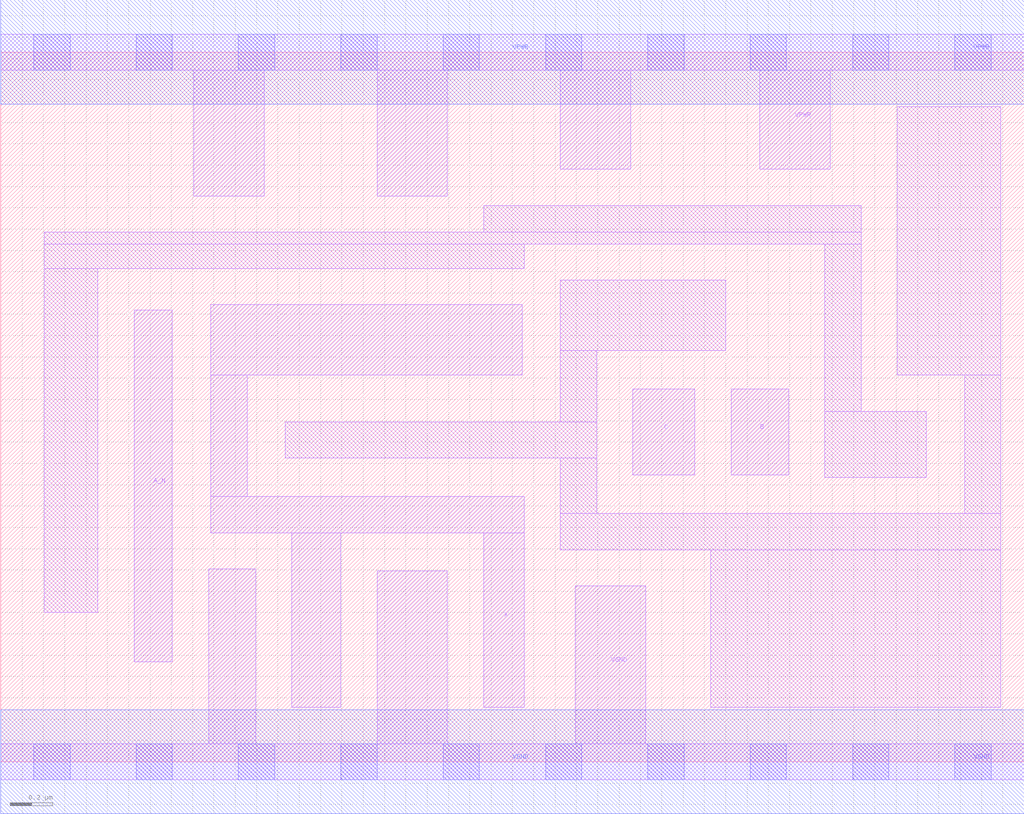
<source format=lef>
# Copyright 2020 The SkyWater PDK Authors
#
# Licensed under the Apache License, Version 2.0 (the "License");
# you may not use this file except in compliance with the License.
# You may obtain a copy of the License at
#
#     https://www.apache.org/licenses/LICENSE-2.0
#
# Unless required by applicable law or agreed to in writing, software
# distributed under the License is distributed on an "AS IS" BASIS,
# WITHOUT WARRANTIES OR CONDITIONS OF ANY KIND, either express or implied.
# See the License for the specific language governing permissions and
# limitations under the License.
#
# SPDX-License-Identifier: Apache-2.0

VERSION 5.7 ;
  NAMESCASESENSITIVE ON ;
  NOWIREEXTENSIONATPIN ON ;
  DIVIDERCHAR "/" ;
  BUSBITCHARS "[]" ;
UNITS
  DATABASE MICRONS 200 ;
END UNITS
MACRO sky130_fd_sc_lp__and3b_4
  CLASS CORE ;
  SOURCE USER ;
  FOREIGN sky130_fd_sc_lp__and3b_4 ;
  ORIGIN  0.000000  0.000000 ;
  SIZE  4.800000 BY  3.330000 ;
  SYMMETRY X Y R90 ;
  SITE unit ;
  PIN A_N
    ANTENNAGATEAREA  0.126000 ;
    DIRECTION INPUT ;
    USE SIGNAL ;
    PORT
      LAYER li1 ;
        RECT 0.625000 0.470000 0.805000 2.120000 ;
    END
  END A_N
  PIN B
    ANTENNAGATEAREA  0.315000 ;
    DIRECTION INPUT ;
    USE SIGNAL ;
    PORT
      LAYER li1 ;
        RECT 3.425000 1.345000 3.695000 1.750000 ;
    END
  END B
  PIN C
    ANTENNAGATEAREA  0.315000 ;
    DIRECTION INPUT ;
    USE SIGNAL ;
    PORT
      LAYER li1 ;
        RECT 2.965000 1.345000 3.255000 1.750000 ;
    END
  END C
  PIN X
    ANTENNADIFFAREA  1.176000 ;
    DIRECTION OUTPUT ;
    USE SIGNAL ;
    PORT
      LAYER li1 ;
        RECT 0.985000 1.075000 2.455000 1.245000 ;
        RECT 0.985000 1.245000 1.155000 1.815000 ;
        RECT 0.985000 1.815000 2.445000 2.145000 ;
        RECT 1.365000 0.255000 1.595000 1.075000 ;
        RECT 2.265000 0.255000 2.455000 1.075000 ;
    END
  END X
  PIN VGND
    DIRECTION INOUT ;
    USE GROUND ;
    PORT
      LAYER li1 ;
        RECT 0.000000 -0.085000 4.800000 0.085000 ;
        RECT 0.975000  0.085000 1.195000 0.905000 ;
        RECT 1.765000  0.085000 2.095000 0.895000 ;
        RECT 2.695000  0.085000 3.025000 0.825000 ;
      LAYER mcon ;
        RECT 0.155000 -0.085000 0.325000 0.085000 ;
        RECT 0.635000 -0.085000 0.805000 0.085000 ;
        RECT 1.115000 -0.085000 1.285000 0.085000 ;
        RECT 1.595000 -0.085000 1.765000 0.085000 ;
        RECT 2.075000 -0.085000 2.245000 0.085000 ;
        RECT 2.555000 -0.085000 2.725000 0.085000 ;
        RECT 3.035000 -0.085000 3.205000 0.085000 ;
        RECT 3.515000 -0.085000 3.685000 0.085000 ;
        RECT 3.995000 -0.085000 4.165000 0.085000 ;
        RECT 4.475000 -0.085000 4.645000 0.085000 ;
      LAYER met1 ;
        RECT 0.000000 -0.245000 4.800000 0.245000 ;
    END
  END VGND
  PIN VPWR
    DIRECTION INOUT ;
    USE POWER ;
    PORT
      LAYER li1 ;
        RECT 0.000000 3.245000 4.800000 3.415000 ;
        RECT 0.905000 2.655000 1.235000 3.245000 ;
        RECT 1.765000 2.655000 2.095000 3.245000 ;
        RECT 2.625000 2.780000 2.955000 3.245000 ;
        RECT 3.560000 2.780000 3.890000 3.245000 ;
      LAYER mcon ;
        RECT 0.155000 3.245000 0.325000 3.415000 ;
        RECT 0.635000 3.245000 0.805000 3.415000 ;
        RECT 1.115000 3.245000 1.285000 3.415000 ;
        RECT 1.595000 3.245000 1.765000 3.415000 ;
        RECT 2.075000 3.245000 2.245000 3.415000 ;
        RECT 2.555000 3.245000 2.725000 3.415000 ;
        RECT 3.035000 3.245000 3.205000 3.415000 ;
        RECT 3.515000 3.245000 3.685000 3.415000 ;
        RECT 3.995000 3.245000 4.165000 3.415000 ;
        RECT 4.475000 3.245000 4.645000 3.415000 ;
      LAYER met1 ;
        RECT 0.000000 3.085000 4.800000 3.575000 ;
    END
  END VPWR
  OBS
    LAYER li1 ;
      RECT 0.205000 0.700000 0.455000 2.315000 ;
      RECT 0.205000 2.315000 2.455000 2.430000 ;
      RECT 0.205000 2.430000 4.035000 2.485000 ;
      RECT 1.335000 1.425000 2.795000 1.595000 ;
      RECT 2.265000 2.485000 4.035000 2.610000 ;
      RECT 2.625000 0.995000 4.690000 1.165000 ;
      RECT 2.625000 1.165000 2.795000 1.425000 ;
      RECT 2.625000 1.595000 2.795000 1.930000 ;
      RECT 2.625000 1.930000 3.400000 2.260000 ;
      RECT 3.330000 0.255000 4.690000 0.995000 ;
      RECT 3.865000 1.335000 4.340000 1.645000 ;
      RECT 3.865000 1.645000 4.035000 2.430000 ;
      RECT 4.205000 1.815000 4.690000 3.075000 ;
      RECT 4.520000 1.165000 4.690000 1.815000 ;
  END
END sky130_fd_sc_lp__and3b_4

</source>
